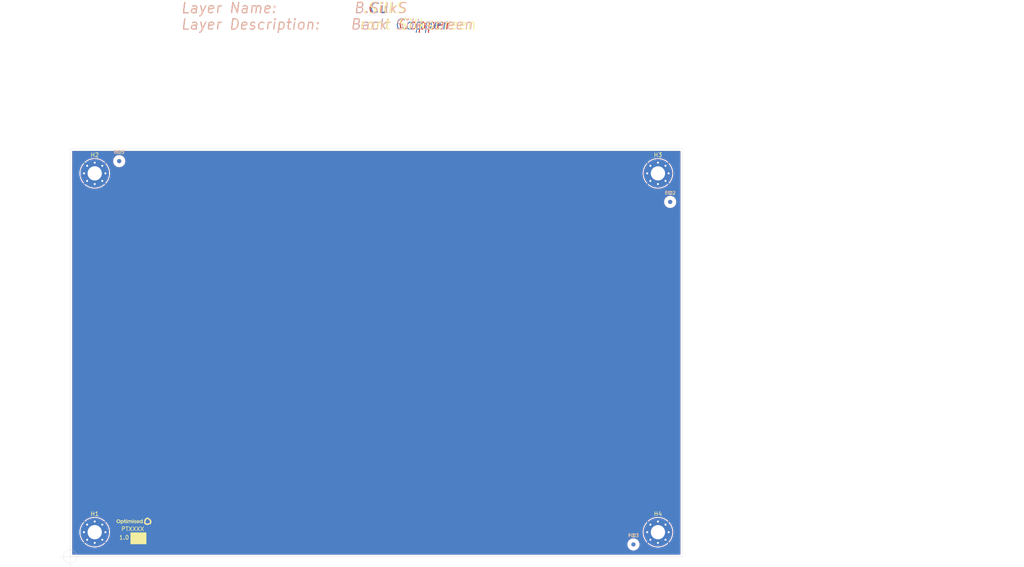
<source format=kicad_pcb>
(kicad_pcb (version 20221018) (generator pcbnew)
  (title_block (title "Board Name") (date "2022-01-13") (rev "1.0") (company "XXXX Ltd") (comment 1 "PTXXXX") (comment 2 "Author Name") (comment 3 "Reviewer Name"))
  (layers (0 "F.Cu" signal) (1 "In1.Cu" mixed) (2 "In2.Cu" mixed) (31 "B.Cu" signal) (34 "B.Paste" user) (35 "F.Paste" user) (36 "B.SilkS" user "B.Silkscreen") (37 "F.SilkS" user "F.Silkscreen") (38 "B.Mask" user) (39 "F.Mask" user) (44 "Edge.Cuts" user))
  (net 0 "")
  (net 1 "GND")
  (footprint "MountingHole:MountingHole_3.5mm_Pad_Via" (layer "F.Cu") (at 46 154)
    (fp_text reference "H1" (at 0 -4.5) (layer "F.SilkS"))
    (fp_text value "M3 Hole")
    (pad "1" thru_hole circle (at -2.625 0) (size 0.8 0.8) (drill 0.5) (layers "*.Cu" "*.Mask") (net 1 "GND"))
    (pad "1" thru_hole circle (at -1.856155 -1.856155) (size 0.8 0.8) (drill 0.5) (layers "*.Cu" "*.Mask") (net 1 "GND"))
    (pad "1" thru_hole circle (at -1.856155 1.856155) (size 0.8 0.8) (drill 0.5) (layers "*.Cu" "*.Mask") (net 1 "GND"))
    (pad "1" thru_hole circle (at 0 -2.625) (size 0.8 0.8) (drill 0.5) (layers "*.Cu" "*.Mask") (net 1 "GND"))
    (pad "1" thru_hole circle (at 0 0) (size 7 7) (drill 3.5) (layers "*.Cu" "*.Mask") (net 1 "GND"))
    (pad "1" thru_hole circle (at 0 2.625) (size 0.8 0.8) (drill 0.5) (layers "*.Cu" "*.Mask") (net 1 "GND"))
    (pad "1" thru_hole circle (at 1.856155 -1.856155) (size 0.8 0.8) (drill 0.5) (layers "*.Cu" "*.Mask") (net 1 "GND"))
    (pad "1" thru_hole circle (at 1.856155 1.856155) (size 0.8 0.8) (drill 0.5) (layers "*.Cu" "*.Mask") (net 1 "GND"))
    (pad "1" thru_hole circle (at 2.625 0) (size 0.8 0.8) (drill 0.5) (layers "*.Cu" "*.Mask") (net 1 "GND"))
  )
  (footprint "MountingHole:MountingHole_3.5mm_Pad_Via" (layer "F.Cu") (at 46 66)
    (fp_text reference "H2" (at 0 -4.5) (layer "F.SilkS"))
    (fp_text value "M3 Hole")
    (pad "1" thru_hole circle (at -2.625 0) (size 0.8 0.8) (drill 0.5) (layers "*.Cu" "*.Mask") (net 1 "GND"))
    (pad "1" thru_hole circle (at -1.856155 -1.856155) (size 0.8 0.8) (drill 0.5) (layers "*.Cu" "*.Mask") (net 1 "GND"))
    (pad "1" thru_hole circle (at -1.856155 1.856155) (size 0.8 0.8) (drill 0.5) (layers "*.Cu" "*.Mask") (net 1 "GND"))
    (pad "1" thru_hole circle (at 0 -2.625) (size 0.8 0.8) (drill 0.5) (layers "*.Cu" "*.Mask") (net 1 "GND"))
    (pad "1" thru_hole circle (at 0 0) (size 7 7) (drill 3.5) (layers "*.Cu" "*.Mask") (net 1 "GND"))
    (pad "1" thru_hole circle (at 0 2.625) (size 0.8 0.8) (drill 0.5) (layers "*.Cu" "*.Mask") (net 1 "GND"))
    (pad "1" thru_hole circle (at 1.856155 -1.856155) (size 0.8 0.8) (drill 0.5) (layers "*.Cu" "*.Mask") (net 1 "GND"))
    (pad "1" thru_hole circle (at 1.856155 1.856155) (size 0.8 0.8) (drill 0.5) (layers "*.Cu" "*.Mask") (net 1 "GND"))
    (pad "1" thru_hole circle (at 2.625 0) (size 0.8 0.8) (drill 0.5) (layers "*.Cu" "*.Mask") (net 1 "GND"))
  )
  (footprint "MountingHole:MountingHole_3.5mm_Pad_Via" (layer "F.Cu") (at 184 66)
    (fp_text reference "H3" (at 0 -4.5) (layer "F.SilkS"))
    (fp_text value "M3 Hole")
    (pad "1" thru_hole circle (at -2.625 0) (size 0.8 0.8) (drill 0.5) (layers "*.Cu" "*.Mask") (net 1 "GND"))
    (pad "1" thru_hole circle (at -1.856155 -1.856155) (size 0.8 0.8) (drill 0.5) (layers "*.Cu" "*.Mask") (net 1 "GND"))
    (pad "1" thru_hole circle (at -1.856155 1.856155) (size 0.8 0.8) (drill 0.5) (layers "*.Cu" "*.Mask") (net 1 "GND"))
    (pad "1" thru_hole circle (at 0 -2.625) (size 0.8 0.8) (drill 0.5) (layers "*.Cu" "*.Mask") (net 1 "GND"))
    (pad "1" thru_hole circle (at 0 0) (size 7 7) (drill 3.5) (layers "*.Cu" "*.Mask") (net 1 "GND"))
    (pad "1" thru_hole circle (at 0 2.625) (size 0.8 0.8) (drill 0.5) (layers "*.Cu" "*.Mask") (net 1 "GND"))
    (pad "1" thru_hole circle (at 1.856155 -1.856155) (size 0.8 0.8) (drill 0.5) (layers "*.Cu" "*.Mask") (net 1 "GND"))
    (pad "1" thru_hole circle (at 1.856155 1.856155) (size 0.8 0.8) (drill 0.5) (layers "*.Cu" "*.Mask") (net 1 "GND"))
    (pad "1" thru_hole circle (at 2.625 0) (size 0.8 0.8) (drill 0.5) (layers "*.Cu" "*.Mask") (net 1 "GND"))
  )
  (footprint "MountingHole:MountingHole_3.5mm_Pad_Via" (layer "F.Cu") (at 184 154)
    (fp_text reference "H4" (at 0 -4.5) (layer "F.SilkS"))
    (fp_text value "M3 Hole")
    (pad "1" thru_hole circle (at -2.625 0) (size 0.8 0.8) (drill 0.5) (layers "*.Cu" "*.Mask") (net 1 "GND"))
    (pad "1" thru_hole circle (at -1.856155 -1.856155) (size 0.8 0.8) (drill 0.5) (layers "*.Cu" "*.Mask") (net 1 "GND"))
    (pad "1" thru_hole circle (at -1.856155 1.856155) (size 0.8 0.8) (drill 0.5) (layers "*.Cu" "*.Mask") (net 1 "GND"))
    (pad "1" thru_hole circle (at 0 -2.625) (size 0.8 0.8) (drill 0.5) (layers "*.Cu" "*.Mask") (net 1 "GND"))
    (pad "1" thru_hole circle (at 0 0) (size 7 7) (drill 3.5) (layers "*.Cu" "*.Mask") (net 1 "GND"))
    (pad "1" thru_hole circle (at 0 2.625) (size 0.8 0.8) (drill 0.5) (layers "*.Cu" "*.Mask") (net 1 "GND"))
    (pad "1" thru_hole circle (at 1.856155 -1.856155) (size 0.8 0.8) (drill 0.5) (layers "*.Cu" "*.Mask") (net 1 "GND"))
    (pad "1" thru_hole circle (at 1.856155 1.856155) (size 0.8 0.8) (drill 0.5) (layers "*.Cu" "*.Mask") (net 1 "GND"))
    (pad "1" thru_hole circle (at 2.625 0) (size 0.8 0.8) (drill 0.5) (layers "*.Cu" "*.Mask") (net 1 "GND"))
  )
  (footprint "_kb_miscellaneous:PCB_Silk_Logo_Optimised" (layer "F.Cu") (at 55.5 151.4)
    (fp_text reference "LOGO1" hide)
    (fp_text value "Optimised Logo" hide)
  )
  (footprint "_kb_miscellaneous:Fiducial_1mm_Mask3mm" (layer "F.Cu") (at 187 73)
    (fp_text reference "FID2" (at 0 -2.2) (layer "F.SilkS") (effects (font (size 0.8 0.8) (thickness 0.12))))
    (fp_text value "Fiducial" hide)
    (pad "" smd circle (at 0 0) (size 1 1) (property pad_prop_fiducial_glob) (layers "F.Cu" "F.Mask") (clearance 1))
  )
  (footprint "_kb_miscellaneous:Fiducial_1mm_Mask3mm" (layer "F.Cu") (at 178 157)
    (fp_text reference "FID3" (at 0 -2.2) (layer "F.SilkS") (effects (font (size 0.8 0.8) (thickness 0.12))))
    (fp_text value "Fiducial" hide)
    (pad "" smd circle (at 0 0) (size 1 1) (property pad_prop_fiducial_glob) (layers "F.Cu" "F.Mask") (clearance 1))
  )
  (footprint "_kb_miscellaneous:Fiducial_1mm_Mask3mm" (layer "F.Cu") (at 52 63)
    (fp_text reference "FID1" (at 0 -2.2) (layer "F.SilkS") (effects (font (size 0.8 0.8) (thickness 0.12))))
    (fp_text value "Fiducial" hide)
    (pad "" smd circle (at 0 0) (size 1 1) (property pad_prop_fiducial_glob) (layers "F.Cu" "F.Mask") (clearance 1))
  )
  (footprint "_kb_miscellaneous:Fiducial_1mm_Mask3mm" (layer "B.Cu") (at 187 73 180)
    (fp_text reference "FID5" (at 0 2.2) (layer "B.SilkS") (effects (font (size 0.8 0.8) (thickness 0.12)) (justify mirror)))
    (fp_text value "Fiducial" hide)
    (pad "" smd circle (at 0 0 180) (size 1 1) (property pad_prop_fiducial_glob) (layers "B.Cu" "B.Mask") (clearance 1))
  )
  (footprint "_kb_miscellaneous:Fiducial_1mm_Mask3mm" (layer "B.Cu") (at 52 63 180)
    (fp_text reference "FID6" (at 0 2.2) (layer "B.SilkS") (effects (font (size 0.8 0.8) (thickness 0.12)) (justify mirror)))
    (fp_text value "Fiducial" hide)
    (pad "" smd circle (at 0 0 180) (size 1 1) (property pad_prop_fiducial_glob) (layers "B.Cu" "B.Mask") (clearance 1))
  )
  (footprint "_kb_miscellaneous:Fiducial_1mm_Mask3mm" (layer "B.Cu") (at 178 157 180)
    (fp_text reference "FID4" (at 0 2.2) (layer "B.SilkS") (effects (font (size 0.8 0.8) (thickness 0.12)) (justify mirror)))
    (fp_text value "Fiducial" hide)
    (pad "" smd circle (at 0 0 180) (size 1 1) (property pad_prop_fiducial_glob) (layers "B.Cu" "B.Mask") (clearance 1))
  )
  (gr_poly (pts (xy 54.8 154.1) (xy 54.8 156.9) (xy 58.6 156.9) (xy 58.6 154.1)) (stroke (width 0.1)) (fill solid) (layer "F.SilkS"))
  (gr_line (start 40 60) (end 40 160) (stroke (width 0.05)) (layer "Edge.Cuts"))
  (gr_line (start 190 160) (end 190 60) (stroke (width 0.05)) (layer "Edge.Cuts"))
  (gr_line (start 190 60) (end 40 60) (stroke (width 0.05)) (layer "Edge.Cuts"))
  (gr_line (start 40 160) (end 190 160) (stroke (width 0.05)) (layer "Edge.Cuts"))
  (gr_text "Layer Name:          F.Cu\nLayer Description:    Front Copper" (at 67 27.45) (layer "F.Cu") (effects (font (size 2.5 2.5) (thickness 0.25) italic) (justify left)))
  (gr_text "Layer Name:          B.Cu\nLayer Description:    Back Copper" (at 67 27.45) (layer "B.Cu") (effects (font (size 2.5 2.5) (thickness 0.25) italic) (justify left)))
  (gr_text "Layer Name:          B.SilkS\nLayer Description:    Back Silkscreen" (at 67 27.45) (layer "B.SilkS") (effects (font (size 2.5 2.5) (thickness 0.25) italic) (justify left)))
  (gr_text "Layer Name:          F.SilkS\nLayer Description:    Front Silkscreen" (at 67 27.45) (layer "F.SilkS") (effects (font (size 2.5 2.5) (thickness 0.25) italic) (justify left)))
  (gr_text "1.0" (at 53.2 155.3) (layer "F.SilkS") (effects (font (size 1 1))))
  (gr_text "PTXXXX" (at 55.3 153.2) (layer "F.SilkS") (effects (font (size 1 1))))
  (target plus (at 40 160) (size 5) (width 0.05) (layer "Edge.Cuts"))
  (zone (net 1) (net_name "GND") (layer "F.Cu") (connect_pads (clearance 0.4)) (min_thickness 0.25) (fill yes (thermal_gap 0.251) (thermal_bridge_width 0.251))
    (polygon (pts (xy 40 60) (xy 40 160) (xy 190 160) (xy 190 60)))
  )
  (zone (net 1) (net_name "GND") (layer "B.Cu") (connect_pads (clearance 0.4)) (min_thickness 0.25) (fill yes (thermal_gap 0.251) (thermal_bridge_width 0.251))
    (polygon (pts (xy 40 60) (xy 40 160) (xy 190 160) (xy 190 60)))
  )
)
</source>
